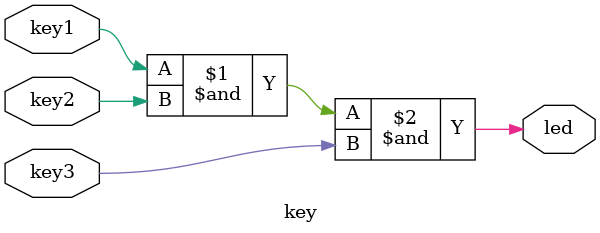
<source format=v>
module key(
    input   wire        key1,
    input   wire        key2,
    input   wire        key3,
    output  wire        led  
);

assign led = key1 & key2 & key3;

endmodule
</source>
